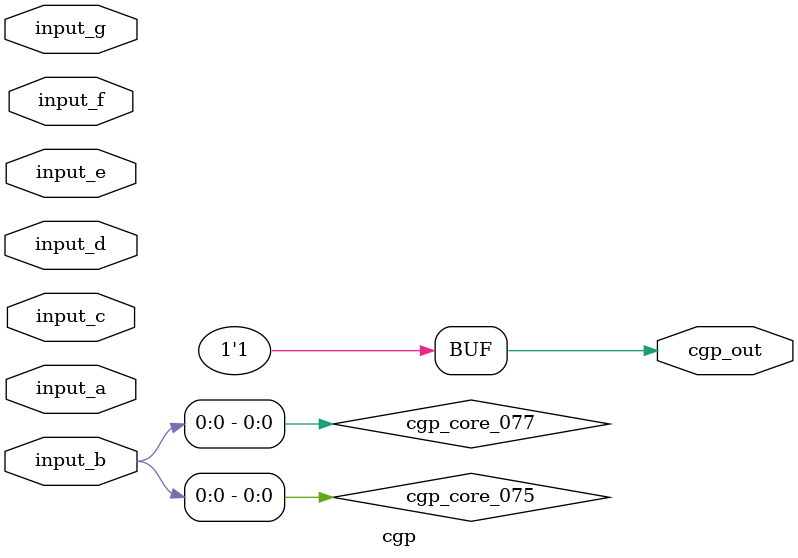
<source format=v>
module cgp(input [1:0] input_a, input [1:0] input_b, input [1:0] input_c, input [1:0] input_d, input [1:0] input_e, input [1:0] input_f, input [1:0] input_g, output [0:0] cgp_out);
  wire cgp_core_017;
  wire cgp_core_018;
  wire cgp_core_020;
  wire cgp_core_021;
  wire cgp_core_022;
  wire cgp_core_023;
  wire cgp_core_026;
  wire cgp_core_027;
  wire cgp_core_030;
  wire cgp_core_031;
  wire cgp_core_032;
  wire cgp_core_033;
  wire cgp_core_034;
  wire cgp_core_035;
  wire cgp_core_036;
  wire cgp_core_037;
  wire cgp_core_038;
  wire cgp_core_039;
  wire cgp_core_040;
  wire cgp_core_041;
  wire cgp_core_042;
  wire cgp_core_043;
  wire cgp_core_045;
  wire cgp_core_049;
  wire cgp_core_051_not;
  wire cgp_core_055;
  wire cgp_core_056;
  wire cgp_core_057;
  wire cgp_core_058;
  wire cgp_core_059;
  wire cgp_core_060;
  wire cgp_core_061;
  wire cgp_core_062;
  wire cgp_core_063;
  wire cgp_core_064;
  wire cgp_core_065;
  wire cgp_core_066;
  wire cgp_core_069;
  wire cgp_core_070;
  wire cgp_core_071;
  wire cgp_core_072;
  wire cgp_core_073;
  wire cgp_core_075;
  wire cgp_core_076;
  wire cgp_core_077;
  wire cgp_core_078;
  wire cgp_core_079;
  wire cgp_core_080;
  wire cgp_core_081;

  assign cgp_core_017 = input_g[1] | input_c[0];
  assign cgp_core_018 = input_a[1] ^ input_g[0];
  assign cgp_core_020 = ~(cgp_core_018 | input_d[1]);
  assign cgp_core_021 = cgp_core_018 & input_g[1];
  assign cgp_core_022 = input_a[1] | input_c[0];
  assign cgp_core_023 = input_e[0] ^ input_b[1];
  assign cgp_core_026 = input_a[0] & input_g[1];
  assign cgp_core_027 = ~(input_a[1] ^ input_e[1]);
  assign cgp_core_030 = input_d[0] ^ cgp_core_023;
  assign cgp_core_031 = input_f[1] & cgp_core_023;
  assign cgp_core_032 = ~(input_g[0] ^ cgp_core_027);
  assign cgp_core_033 = input_d[1] & cgp_core_027;
  assign cgp_core_034 = cgp_core_032 ^ cgp_core_031;
  assign cgp_core_035 = cgp_core_032 & input_e[1];
  assign cgp_core_036 = cgp_core_033 | cgp_core_035;
  assign cgp_core_037 = ~(input_b[1] & cgp_core_036);
  assign cgp_core_038 = input_f[0] | cgp_core_036;
  assign cgp_core_039 = ~input_b[0];
  assign cgp_core_040 = input_b[1] & input_b[0];
  assign cgp_core_041 = ~(input_f[0] ^ cgp_core_034);
  assign cgp_core_042 = ~(cgp_core_020 & cgp_core_034);
  assign cgp_core_043 = input_e[0] ^ cgp_core_040;
  assign cgp_core_045 = input_c[0] | input_e[0];
  assign cgp_core_049 = input_f[0] & cgp_core_045;
  assign cgp_core_051_not = ~input_b[0];
  assign cgp_core_055 = input_f[0] ^ input_f[0];
  assign cgp_core_056 = ~(input_b[1] ^ input_f[1]);
  assign cgp_core_057 = input_c[1] ^ input_g[1];
  assign cgp_core_058 = cgp_core_055 & input_a[1];
  assign cgp_core_059 = input_g[1] | cgp_core_058;
  assign cgp_core_060 = ~cgp_core_038;
  assign cgp_core_061 = input_g[0] & cgp_core_060;
  assign cgp_core_062 = input_b[0] ^ cgp_core_051_not;
  assign cgp_core_063 = cgp_core_062 | cgp_core_060;
  assign cgp_core_064 = ~cgp_core_059;
  assign cgp_core_065 = input_c[1] & cgp_core_064;
  assign cgp_core_066 = cgp_core_065 & cgp_core_063;
  assign cgp_core_069 = ~input_a[0];
  assign cgp_core_070 = ~(input_d[0] | cgp_core_069);
  assign cgp_core_071 = input_g[0] & input_a[1];
  assign cgp_core_072 = ~(input_g[1] ^ input_e[1]);
  assign cgp_core_073 = cgp_core_072 & input_e[1];
  assign cgp_core_075 = ~cgp_core_039;
  assign cgp_core_076 = input_e[0] & cgp_core_073;
  assign cgp_core_077 = ~cgp_core_039;
  assign cgp_core_078 = cgp_core_077 & cgp_core_073;
  assign cgp_core_079 = ~cgp_core_071;
  assign cgp_core_080 = ~(input_b[1] | input_f[1]);
  assign cgp_core_081 = cgp_core_038 | input_b[1];

  assign cgp_out[0] = 1'b1;
endmodule
</source>
